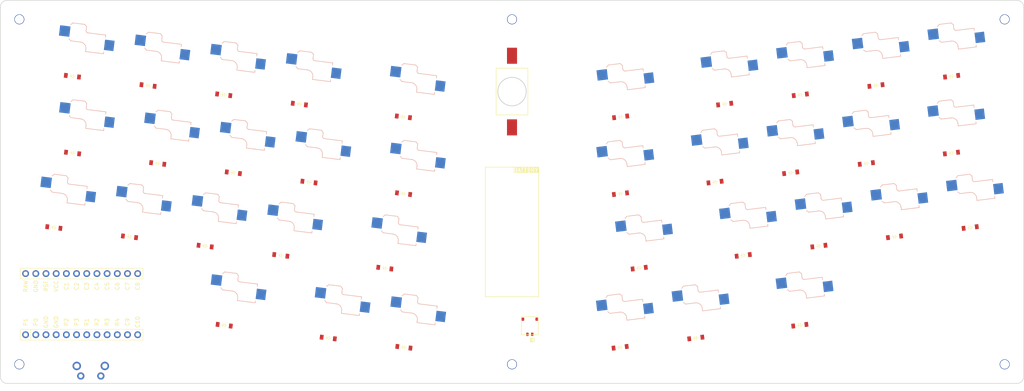
<source format=kicad_pcb>
(kicad_pcb (version 20171130) (host pcbnew 5.1.6)
  (title_block (title "Blasphemy") (rev "v1.0.0") (company "Unknown"))
  (layers (0 F.Cu signal) (31 B.Cu signal) (34 B.Paste user) (35 F.Paste user) (36 B.SilkS user) (37 F.SilkS user) (38 B.Mask user) (39 F.Mask user) (44 Edge.Cuts user))
  (net 0 "")
  (net 1 "RAW")
  (net 2 "GND")
  (net 3 "RST")
  (net 4 "VCC")
  (net 5 "C1")
  (net 6 "C2")
  (net 7 "C3")
  (net 8 "C4")
  (net 9 "C5")
  (net 10 "C6")
  (net 11 "C7")
  (net 12 "C8")
  (net 13 "P1")
  (net 14 "P0")
  (net 15 "P2")
  (net 16 "P3")
  (net 17 "R1")
  (net 18 "R2")
  (net 19 "R3")
  (net 20 "R4")
  (net 21 "C9")
  (net 22 "C10")
  (net 23 "P101")
  (net 24 "P102")
  (net 25 "P107")
  (net 26 "MCU1_24")
  (net 27 "MCU1_1")
  (net 28 "MCU1_23")
  (net 29 "MCU1_2")
  (net 30 "MCU1_22")
  (net 31 "MCU1_3")
  (net 32 "MCU1_21")
  (net 33 "MCU1_4")
  (net 34 "MCU1_20")
  (net 35 "MCU1_5")
  (net 36 "MCU1_19")
  (net 37 "MCU1_6")
  (net 38 "MCU1_18")
  (net 39 "MCU1_7")
  (net 40 "MCU1_17")
  (net 41 "MCU1_8")
  (net 42 "MCU1_16")
  (net 43 "MCU1_9")
  (net 44 "MCU1_15")
  (net 45 "MCU1_10")
  (net 46 "MCU1_14")
  (net 47 "MCU1_11")
  (net 48 "MCU1_13")
  (net 49 "MCU1_12")
  (net 50 "q_top")
  (net 51 "w_top")
  (net 52 "e_top")
  (net 53 "r_top")
  (net 54 "t_top")
  (net 55 "mirror_q_top")
  (net 56 "mirror_w_top")
  (net 57 "mirror_e_top")
  (net 58 "mirror_r_top")
  (net 59 "mirror_t_top")
  (net 60 "a_home")
  (net 61 "s_home")
  (net 62 "d_home")
  (net 63 "f_home")
  (net 64 "g_home")
  (net 65 "mirror_a_home")
  (net 66 "mirror_s_home")
  (net 67 "mirror_d_home")
  (net 68 "mirror_f_home")
  (net 69 "mirror_g_home")
  (net 70 "z_bottom")
  (net 71 "x_bottom")
  (net 72 "c_bottom")
  (net 73 "v_bottom")
  (net 74 "b_bottom")
  (net 75 "mirror_z_bottom")
  (net 76 "mirror_x_bottom")
  (net 77 "mirror_c_bottom")
  (net 78 "mirror_v_bottom")
  (net 79 "mirror_b_bottom")
  (net 80 "flex_thumb")
  (net 81 "base_thumb")
  (net 82 "ext_thumb")
  (net 83 "mirror_flex_thumb")
  (net 84 "mirror_base_thumb")
  (net 85 "mirror_ext_thumb")
  (net 86 "BAT_CONN")
  (footprint "ceoloide:mcu_nice_nano" (layer "F.Cu") (at 0.42484610000001055 61.7869 90)
    (property "Reference" "MCU1" hide)
    (pad "24" thru_hole circle (at -7.62 -12.7 90) (size 1.7 1.7) (drill 1) (layers "*.Cu" "*.Mask") (net 13 "P1"))
    (pad "1" thru_hole circle (at 7.62 -12.7 90) (size 1.7 1.7) (drill 1) (layers "*.Cu" "*.Mask") (net 1 "RAW"))
    (fp_text user "P1" (at -4.47 -12.7 90) (layer "F.SilkS"))
    (fp_text user "RAW" (at 4.47 -12.7 90) (layer "F.SilkS"))
    (pad "23" thru_hole circle (at -7.62 -10.16 90) (size 1.7 1.7) (drill 1) (layers "*.Cu" "*.Mask") (net 14 "P0"))
    (pad "2" thru_hole circle (at 7.62 -10.16 90) (size 1.7 1.7) (drill 1) (layers "*.Cu" "*.Mask") (net 2 "GND"))
    (fp_text user "P0" (at -4.47 -10.16 90) (layer "F.SilkS"))
    (fp_text user "GND" (at 4.47 -10.16 90) (layer "F.SilkS"))
    (pad "22" thru_hole circle (at -7.62 -7.619999999999999 90) (size 1.7 1.7) (drill 1) (layers "*.Cu" "*.Mask") (net 2 "GND"))
    (pad "3" thru_hole circle (at 7.62 -7.619999999999999 90) (size 1.7 1.7) (drill 1) (layers "*.Cu" "*.Mask") (net 3 "RST"))
    (fp_text user "GND" (at -4.47 -7.619999999999999 90) (layer "F.SilkS"))
    (fp_text user "RST" (at 4.47 -7.619999999999999 90) (layer "F.SilkS"))
    (pad "21" thru_hole circle (at -7.62 -5.079999999999999 90) (size 1.7 1.7) (drill 1) (layers "*.Cu" "*.Mask") (net 2 "GND"))
    (pad "4" thru_hole circle (at 7.62 -5.079999999999999 90) (size 1.7 1.7) (drill 1) (layers "*.Cu" "*.Mask") (net 4 "VCC"))
    (fp_text user "GND" (at -4.47 -5.079999999999999 90) (layer "F.SilkS"))
    (fp_text user "VCC" (at 4.47 -5.079999999999999 90) (layer "F.SilkS"))
    (pad "20" thru_hole circle (at -7.62 -2.539999999999999 90) (size 1.7 1.7) (drill 1) (layers "*.Cu" "*.Mask") (net 15 "P2"))
    (pad "5" thru_hole circle (at 7.62 -2.539999999999999 90) (size 1.7 1.7) (drill 1) (layers "*.Cu" "*.Mask") (net 5 "C1"))
    (fp_text user "P2" (at -4.47 -2.539999999999999 90) (layer "F.SilkS"))
    (fp_text user "C1" (at 4.47 -2.539999999999999 90) (layer "F.SilkS"))
    (pad "19" thru_hole circle (at -7.62 0 90) (size 1.7 1.7) (drill 1) (layers "*.Cu" "*.Mask") (net 16 "P3"))
    (pad "6" thru_hole circle (at 7.62 0 90) (size 1.7 1.7) (drill 1) (layers "*.Cu" "*.Mask") (net 6 "C2"))
    (fp_text user "P3" (at -4.47 0 90) (layer "F.SilkS"))
    (fp_text user "C2" (at 4.47 0 90) (layer "F.SilkS"))
    (pad "18" thru_hole circle (at -7.62 2.540000000000001 90) (size 1.7 1.7) (drill 1) (layers "*.Cu" "*.Mask") (net 17 "R1"))
    (pad "7" thru_hole circle (at 7.62 2.540000000000001 90) (size 1.7 1.7) (drill 1) (layers "*.Cu" "*.Mask") (net 7 "C3"))
    (fp_text user "R1" (at -4.47 2.540000000000001 90) (layer "F.SilkS"))
    (fp_text user "C3" (at 4.47 2.540000000000001 90) (layer "F.SilkS"))
    (pad "17" thru_hole circle (at -7.62 5.080000000000002 90) (size 1.7 1.7) (drill 1) (layers "*.Cu" "*.Mask") (net 18 "R2"))
    (pad "8" thru_hole circle (at 7.62 5.080000000000002 90) (size 1.7 1.7) (drill 1) (layers "*.Cu" "*.Mask") (net 8 "C4"))
    (fp_text user "R2" (at -4.47 5.080000000000002 90) (layer "F.SilkS"))
    (fp_text user "C4" (at 4.47 5.080000000000002 90) (layer "F.SilkS"))
    (pad "16" thru_hole circle (at -7.62 7.620000000000001 90) (size 1.7 1.7) (drill 1) (layers "*.Cu" "*.Mask") (net 19 "R3"))
    (pad "9" thru_hole circle (at 7.62 7.620000000000001 90) (size 1.7 1.7) (drill 1) (layers "*.Cu" "*.Mask") (net 9 "C5"))
    (fp_text user "R3" (at -4.47 7.620000000000001 90) (layer "F.SilkS"))
    (fp_text user "C5" (at 4.47 7.620000000000001 90) (layer "F.SilkS"))
    (pad "15" thru_hole circle (at -7.62 10.16 90) (size 1.7 1.7) (drill 1) (layers "*.Cu" "*.Mask") (net 20 "R4"))
    (pad "10" thru_hole circle (at 7.62 10.16 90) (size 1.7 1.7) (drill 1) (layers "*.Cu" "*.Mask") (net 10 "C6"))
    (fp_text user "R4" (at -4.47 10.16 90) (layer "F.SilkS"))
    (fp_text user "C6" (at 4.47 10.16 90) (layer "F.SilkS"))
    (pad "14" thru_hole circle (at -7.62 12.7 90) (size 1.7 1.7) (drill 1) (layers "*.Cu" "*.Mask") (net 21 "C9"))
    (pad "11" thru_hole circle (at 7.62 12.7 90) (size 1.7 1.7) (drill 1) (layers "*.Cu" "*.Mask") (net 11 "C7"))
    (fp_text user "C9" (at -4.47 12.7 90) (layer "F.SilkS"))
    (fp_text user "C7" (at 4.47 12.7 90) (layer "F.SilkS"))
    (pad "13" thru_hole circle (at -7.62 15.240000000000002 90) (size 1.7 1.7) (drill 1) (layers "*.Cu" "*.Mask") (net 22 "C10"))
    (pad "12" thru_hole circle (at 7.62 15.240000000000002 90) (size 1.7 1.7) (drill 1) (layers "*.Cu" "*.Mask") (net 12 "C8"))
    (fp_text user "C10" (at -4.47 15.240000000000002 90) (layer "F.SilkS"))
    (fp_text user "C8" (at 4.47 15.240000000000002 90) (layer "F.SilkS"))
  )
  (module "ceoloide:switch_choc_v1_v2" (layer B.Cu) (at 0 0 -7)
    (fp_text reference "S1" hide)
    (pad "" np_thru_hole circle (at 0 0 -7) (size 5 5) (drill 5) (layers *.Cu))
    (pad "" np_thru_hole circle (at 5.5 0 -7) (size 1.9 1.9) (drill 1.9) (layers *.Cu))
    (pad "" np_thru_hole circle (at -5.5 0 -7) (size 1.9 1.9) (drill 1.9) (layers *.Cu))
    (pad "" np_thru_hole circle (at 0 -5.95 -7) (size 3 3) (drill 3) (layers *.Cu *.Mask))
    (pad 1 smd rect (at -3.275 -5.95 -7) (size 2.6 2.6) (layers B.Cu B.Paste B.Mask) (net 5 "C1"))
    (pad 2 smd rect (at 8.175 -3.75 -7) (size 2.4 2.6) (layers B.Cu B.Paste B.Mask) (net 50 "q_top"))
    (pad "" np_thru_hole circle (at 5 -3.75 188) (size 3 3) (drill 3) (layers *.Cu *.Mask))
  )
  (module "ceoloide:switch_choc_v1_v2" (layer B.Cu) (at 18.8583769 2.3155175 -7)
    (fp_text reference "S2" hide)
    (pad "" np_thru_hole circle (at 0 0 -7) (size 5 5) (drill 5) (layers *.Cu))
    (pad "" np_thru_hole circle (at 5.5 0 -7) (size 1.9 1.9) (drill 1.9) (layers *.Cu))
    (pad "" np_thru_hole circle (at -5.5 0 -7) (size 1.9 1.9) (drill 1.9) (layers *.Cu))
    (pad "" np_thru_hole circle (at 0 -5.95 -7) (size 3 3) (drill 3) (layers *.Cu *.Mask))
    (pad 1 smd rect (at -3.275 -5.95 -7) (size 2.6 2.6) (layers B.Cu B.Paste B.Mask) (net 6 "C2"))
    (pad 2 smd rect (at 8.175 -3.75 -7) (size 2.4 2.6) (layers B.Cu B.Paste B.Mask) (net 51 "w_top"))
    (pad "" np_thru_hole circle (at 5 -3.75 188) (size 3 3) (drill 3) (layers *.Cu *.Mask))
  )
  (module "ceoloide:switch_choc_v1_v2" (layer B.Cu) (at 37.7167538 4.631035 -7)
    (fp_text reference "S3" hide)
    (pad "" np_thru_hole circle (at 0 0 -7) (size 5 5) (drill 5) (layers *.Cu))
    (pad "" np_thru_hole circle (at 5.5 0 -7) (size 1.9 1.9) (drill 1.9) (layers *.Cu))
    (pad "" np_thru_hole circle (at -5.5 0 -7) (size 1.9 1.9) (drill 1.9) (layers *.Cu))
    (pad "" np_thru_hole circle (at 0 -5.95 -7) (size 3 3) (drill 3) (layers *.Cu *.Mask))
    (pad 1 smd rect (at -3.275 -5.95 -7) (size 2.6 2.6) (layers B.Cu B.Paste B.Mask) (net 7 "C3"))
    (pad 2 smd rect (at 8.175 -3.75 -7) (size 2.4 2.6) (layers B.Cu B.Paste B.Mask) (net 52 "e_top"))
    (pad "" np_thru_hole circle (at 5 -3.75 188) (size 3 3) (drill 3) (layers *.Cu *.Mask))
  )
  (module "ceoloide:switch_choc_v1_v2" (layer B.Cu) (at 56.5751306 6.9465526 -7)
    (fp_text reference "S4" hide)
    (pad "" np_thru_hole circle (at 0 0 -7) (size 5 5) (drill 5) (layers *.Cu))
    (pad "" np_thru_hole circle (at 5.5 0 -7) (size 1.9 1.9) (drill 1.9) (layers *.Cu))
    (pad "" np_thru_hole circle (at -5.5 0 -7) (size 1.9 1.9) (drill 1.9) (layers *.Cu))
    (pad "" np_thru_hole circle (at 0 -5.95 -7) (size 3 3) (drill 3) (layers *.Cu *.Mask))
    (pad 1 smd rect (at -3.275 -5.95 -7) (size 2.6 2.6) (layers B.Cu B.Paste B.Mask) (net 8 "C4"))
    (pad 2 smd rect (at 8.175 -3.75 -7) (size 2.4 2.6) (layers B.Cu B.Paste B.Mask) (net 53 "r_top"))
    (pad "" np_thru_hole circle (at 5 -3.75 188) (size 3 3) (drill 3) (layers *.Cu *.Mask))
  )
  (module "ceoloide:switch_choc_v1_v2" (layer B.Cu) (at 82.5053989 10.1303892 -7)
    (fp_text reference "S5" hide)
    (pad "" np_thru_hole circle (at 0 0 -7) (size 5 5) (drill 5) (layers *.Cu))
    (pad "" np_thru_hole circle (at 5.5 0 -7) (size 1.9 1.9) (drill 1.9) (layers *.Cu))
    (pad "" np_thru_hole circle (at -5.5 0 -7) (size 1.9 1.9) (drill 1.9) (layers *.Cu))
    (pad "" np_thru_hole circle (at 0 -5.95 -7) (size 3 3) (drill 3) (layers *.Cu *.Mask))
    (pad 1 smd rect (at -3.275 -5.95 -7) (size 2.6 2.6) (layers B.Cu B.Paste B.Mask) (net 9 "C5"))
    (pad 2 smd rect (at 8.175 -3.75 -7) (size 2.4 2.6) (layers B.Cu B.Paste B.Mask) (net 54 "t_top"))
    (pad "" np_thru_hole circle (at 5 -3.75 188) (size 3 3) (drill 3) (layers *.Cu *.Mask))
  )
  (module "ceoloide:switch_choc_v1_v2" (layer B.Cu) (at 217.9546922 0 7)
    (fp_text reference "S6" hide)
    (pad "" np_thru_hole circle (at 0 0 7) (size 5 5) (drill 5) (layers *.Cu))
    (pad "" np_thru_hole circle (at 5.5 0 7) (size 1.9 1.9) (drill 1.9) (layers *.Cu))
    (pad "" np_thru_hole circle (at -5.5 0 7) (size 1.9 1.9) (drill 1.9) (layers *.Cu))
    (pad "" np_thru_hole circle (at 0 -5.95 7) (size 3 3) (drill 3) (layers *.Cu *.Mask))
    (pad 1 smd rect (at -3.275 -5.95 7) (size 2.6 2.6) (layers B.Cu B.Paste B.Mask) (net 22 "C10"))
    (pad 2 smd rect (at 8.175 -3.75 7) (size 2.4 2.6) (layers B.Cu B.Paste B.Mask) (net 55 "mirror_q_top"))
    (pad "" np_thru_hole circle (at 5 -3.75 202) (size 3 3) (drill 3) (layers *.Cu *.Mask))
  )
  (module "ceoloide:switch_choc_v1_v2" (layer B.Cu) (at 199.09631530000001 2.3155175 7)
    (fp_text reference "S7" hide)
    (pad "" np_thru_hole circle (at 0 0 7) (size 5 5) (drill 5) (layers *.Cu))
    (pad "" np_thru_hole circle (at 5.5 0 7) (size 1.9 1.9) (drill 1.9) (layers *.Cu))
    (pad "" np_thru_hole circle (at -5.5 0 7) (size 1.9 1.9) (drill 1.9) (layers *.Cu))
    (pad "" np_thru_hole circle (at 0 -5.95 7) (size 3 3) (drill 3) (layers *.Cu *.Mask))
    (pad 1 smd rect (at -3.275 -5.95 7) (size 2.6 2.6) (layers B.Cu B.Paste B.Mask) (net 21 "C9"))
    (pad 2 smd rect (at 8.175 -3.75 7) (size 2.4 2.6) (layers B.Cu B.Paste B.Mask) (net 56 "mirror_w_top"))
    (pad "" np_thru_hole circle (at 5 -3.75 202) (size 3 3) (drill 3) (layers *.Cu *.Mask))
  )
  (module "ceoloide:switch_choc_v1_v2" (layer B.Cu) (at 180.23793840000002 4.631035 7)
    (fp_text reference "S8" hide)
    (pad "" np_thru_hole circle (at 0 0 7) (size 5 5) (drill 5) (layers *.Cu))
    (pad "" np_thru_hole circle (at 5.5 0 7) (size 1.9 1.9) (drill 1.9) (layers *.Cu))
    (pad "" np_thru_hole circle (at -5.5 0 7) (size 1.9 1.9) (drill 1.9) (layers *.Cu))
    (pad "" np_thru_hole circle (at 0 -5.95 7) (size 3 3) (drill 3) (layers *.Cu *.Mask))
    (pad 1 smd rect (at -3.275 -5.95 7) (size 2.6 2.6) (layers B.Cu B.Paste B.Mask) (net 12 "C8"))
    (pad 2 smd rect (at 8.175 -3.75 7) (size 2.4 2.6) (layers B.Cu B.Paste B.Mask) (net 57 "mirror_e_top"))
    (pad "" np_thru_hole circle (at 5 -3.75 202) (size 3 3) (drill 3) (layers *.Cu *.Mask))
  )
  (module "ceoloide:switch_choc_v1_v2" (layer B.Cu) (at 161.37956160000002 6.9465526 7)
    (fp_text reference "S9" hide)
    (pad "" np_thru_hole circle (at 0 0 7) (size 5 5) (drill 5) (layers *.Cu))
    (pad "" np_thru_hole circle (at 5.5 0 7) (size 1.9 1.9) (drill 1.9) (layers *.Cu))
    (pad "" np_thru_hole circle (at -5.5 0 7) (size 1.9 1.9) (drill 1.9) (layers *.Cu))
    (pad "" np_thru_hole circle (at 0 -5.95 7) (size 3 3) (drill 3) (layers *.Cu *.Mask))
    (pad 1 smd rect (at -3.275 -5.95 7) (size 2.6 2.6) (layers B.Cu B.Paste B.Mask) (net 11 "C7"))
    (pad 2 smd rect (at 8.175 -3.75 7) (size 2.4 2.6) (layers B.Cu B.Paste B.Mask) (net 58 "mirror_r_top"))
    (pad "" np_thru_hole circle (at 5 -3.75 202) (size 3 3) (drill 3) (layers *.Cu *.Mask))
  )
  (module "ceoloide:switch_choc_v1_v2" (layer B.Cu) (at 135.44929330000002 10.1303892 7)
    (fp_text reference "S10" hide)
    (pad "" np_thru_hole circle (at 0 0 7) (size 5 5) (drill 5) (layers *.Cu))
    (pad "" np_thru_hole circle (at 5.5 0 7) (size 1.9 1.9) (drill 1.9) (layers *.Cu))
    (pad "" np_thru_hole circle (at -5.5 0 7) (size 1.9 1.9) (drill 1.9) (layers *.Cu))
    (pad "" np_thru_hole circle (at 0 -5.95 7) (size 3 3) (drill 3) (layers *.Cu *.Mask))
    (pad 1 smd rect (at -3.275 -5.95 7) (size 2.6 2.6) (layers B.Cu B.Paste B.Mask) (net 10 "C6"))
    (pad 2 smd rect (at 8.175 -3.75 7) (size 2.4 2.6) (layers B.Cu B.Paste B.Mask) (net 59 "mirror_t_top"))
    (pad "" np_thru_hole circle (at 5 -3.75 202) (size 3 3) (drill 3) (layers *.Cu *.Mask))
  )
  (module "ceoloide:switch_choc_v1_v2" (layer B.Cu) (at 0.0417796 19.1478166 -7)
    (fp_text reference "S11" hide)
    (pad "" np_thru_hole circle (at 0 0 -7) (size 5 5) (drill 5) (layers *.Cu))
    (pad "" np_thru_hole circle (at 5.5 0 -7) (size 1.9 1.9) (drill 1.9) (layers *.Cu))
    (pad "" np_thru_hole circle (at -5.5 0 -7) (size 1.9 1.9) (drill 1.9) (layers *.Cu))
    (pad "" np_thru_hole circle (at 0 -5.95 -7) (size 3 3) (drill 3) (layers *.Cu *.Mask))
    (pad 1 smd rect (at -3.275 -5.95 -7) (size 2.6 2.6) (layers B.Cu B.Paste B.Mask) (net 5 "C1"))
    (pad 2 smd rect (at 8.175 -3.75 -7) (size 2.4 2.6) (layers B.Cu B.Paste B.Mask) (net 60 "a_home"))
    (pad "" np_thru_hole circle (at 5 -3.75 188) (size 3 3) (drill 3) (layers *.Cu *.Mask))
  )
  (module "ceoloide:switch_choc_v1_v2" (layer B.Cu) (at 21.2574536 21.7527738 -7)
    (fp_text reference "S12" hide)
    (pad "" np_thru_hole circle (at 0 0 -7) (size 5 5) (drill 5) (layers *.Cu))
    (pad "" np_thru_hole circle (at 5.5 0 -7) (size 1.9 1.9) (drill 1.9) (layers *.Cu))
    (pad "" np_thru_hole circle (at -5.5 0 -7) (size 1.9 1.9) (drill 1.9) (layers *.Cu))
    (pad "" np_thru_hole circle (at 0 -5.95 -7) (size 3 3) (drill 3) (layers *.Cu *.Mask))
    (pad 1 smd rect (at -3.275 -5.95 -7) (size 2.6 2.6) (layers B.Cu B.Paste B.Mask) (net 6 "C2"))
    (pad 2 smd rect (at 8.175 -3.75 -7) (size 2.4 2.6) (layers B.Cu B.Paste B.Mask) (net 61 "s_home"))
    (pad "" np_thru_hole circle (at 5 -3.75 188) (size 3 3) (drill 3) (layers *.Cu *.Mask))
  )
  (module "ceoloide:switch_choc_v1_v2" (layer B.Cu) (at 40.1158305 24.0682913 -7)
    (fp_text reference "S13" hide)
    (pad "" np_thru_hole circle (at 0 0 -7) (size 5 5) (drill 5) (layers *.Cu))
    (pad "" np_thru_hole circle (at 5.5 0 -7) (size 1.9 1.9) (drill 1.9) (layers *.Cu))
    (pad "" np_thru_hole circle (at -5.5 0 -7) (size 1.9 1.9) (drill 1.9) (layers *.Cu))
    (pad "" np_thru_hole circle (at 0 -5.95 -7) (size 3 3) (drill 3) (layers *.Cu *.Mask))
    (pad 1 smd rect (at -3.275 -5.95 -7) (size 2.6 2.6) (layers B.Cu B.Paste B.Mask) (net 7 "C3"))
    (pad 2 smd rect (at 8.175 -3.75 -7) (size 2.4 2.6) (layers B.Cu B.Paste B.Mask) (net 62 "d_home"))
    (pad "" np_thru_hole circle (at 5 -3.75 188) (size 3 3) (drill 3) (layers *.Cu *.Mask))
  )
  (module "ceoloide:switch_choc_v1_v2" (layer B.Cu) (at 58.9742074 26.3838089 -7)
    (fp_text reference "S14" hide)
    (pad "" np_thru_hole circle (at 0 0 -7) (size 5 5) (drill 5) (layers *.Cu))
    (pad "" np_thru_hole circle (at 5.5 0 -7) (size 1.9 1.9) (drill 1.9) (layers *.Cu))
    (pad "" np_thru_hole circle (at -5.5 0 -7) (size 1.9 1.9) (drill 1.9) (layers *.Cu))
    (pad "" np_thru_hole circle (at 0 -5.95 -7) (size 3 3) (drill 3) (layers *.Cu *.Mask))
    (pad 1 smd rect (at -3.275 -5.95 -7) (size 2.6 2.6) (layers B.Cu B.Paste B.Mask) (net 8 "C4"))
    (pad 2 smd rect (at 8.175 -3.75 -7) (size 2.4 2.6) (layers B.Cu B.Paste B.Mask) (net 63 "f_home"))
    (pad "" np_thru_hole circle (at 5 -3.75 188) (size 3 3) (drill 3) (layers *.Cu *.Mask))
  )
  (module "ceoloide:switch_choc_v1_v2" (layer B.Cu) (at 82.5471785 29.2782058 -7)
    (fp_text reference "S15" hide)
    (pad "" np_thru_hole circle (at 0 0 -7) (size 5 5) (drill 5) (layers *.Cu))
    (pad "" np_thru_hole circle (at 5.5 0 -7) (size 1.9 1.9) (drill 1.9) (layers *.Cu))
    (pad "" np_thru_hole circle (at -5.5 0 -7) (size 1.9 1.9) (drill 1.9) (layers *.Cu))
    (pad "" np_thru_hole circle (at 0 -5.95 -7) (size 3 3) (drill 3) (layers *.Cu *.Mask))
    (pad 1 smd rect (at -3.275 -5.95 -7) (size 2.6 2.6) (layers B.Cu B.Paste B.Mask) (net 9 "C5"))
    (pad 2 smd rect (at 8.175 -3.75 -7) (size 2.4 2.6) (layers B.Cu B.Paste B.Mask) (net 64 "g_home"))
    (pad "" np_thru_hole circle (at 5 -3.75 188) (size 3 3) (drill 3) (layers *.Cu *.Mask))
  )
  (module "ceoloide:switch_choc_v1_v2" (layer B.Cu) (at 217.9129126 19.1478166 7)
    (fp_text reference "S16" hide)
    (pad "" np_thru_hole circle (at 0 0 7) (size 5 5) (drill 5) (layers *.Cu))
    (pad "" np_thru_hole circle (at 5.5 0 7) (size 1.9 1.9) (drill 1.9) (layers *.Cu))
    (pad "" np_thru_hole circle (at -5.5 0 7) (size 1.9 1.9) (drill 1.9) (layers *.Cu))
    (pad "" np_thru_hole circle (at 0 -5.95 7) (size 3 3) (drill 3) (layers *.Cu *.Mask))
    (pad 1 smd rect (at -3.275 -5.95 7) (size 2.6 2.6) (layers B.Cu B.Paste B.Mask) (net 22 "C10"))
    (pad 2 smd rect (at 8.175 -3.75 7) (size 2.4 2.6) (layers B.Cu B.Paste B.Mask) (net 65 "mirror_a_home"))
    (pad "" np_thru_hole circle (at 5 -3.75 202) (size 3 3) (drill 3) (layers *.Cu *.Mask))
  )
  (module "ceoloide:switch_choc_v1_v2" (layer B.Cu) (at 196.69723860000002 21.7527738 7)
    (fp_text reference "S17" hide)
    (pad "" np_thru_hole circle (at 0 0 7) (size 5 5) (drill 5) (layers *.Cu))
    (pad "" np_thru_hole circle (at 5.5 0 7) (size 1.9 1.9) (drill 1.9) (layers *.Cu))
    (pad "" np_thru_hole circle (at -5.5 0 7) (size 1.9 1.9) (drill 1.9) (layers *.Cu))
    (pad "" np_thru_hole circle (at 0 -5.95 7) (size 3 3) (drill 3) (layers *.Cu *.Mask))
    (pad 1 smd rect (at -3.275 -5.95 7) (size 2.6 2.6) (layers B.Cu B.Paste B.Mask) (net 21 "C9"))
    (pad 2 smd rect (at 8.175 -3.75 7) (size 2.4 2.6) (layers B.Cu B.Paste B.Mask) (net 66 "mirror_s_home"))
    (pad "" np_thru_hole circle (at 5 -3.75 202) (size 3 3) (drill 3) (layers *.Cu *.Mask))
  )
  (module "ceoloide:switch_choc_v1_v2" (layer B.Cu) (at 177.8388617 24.0682913 7)
    (fp_text reference "S18" hide)
    (pad "" np_thru_hole circle (at 0 0 7) (size 5 5) (drill 5) (layers *.Cu))
    (pad "" np_thru_hole circle (at 5.5 0 7) (size 1.9 1.9) (drill 1.9) (layers *.Cu))
    (pad "" np_thru_hole circle (at -5.5 0 7) (size 1.9 1.9) (drill 1.9) (layers *.Cu))
    (pad "" np_thru_hole circle (at 0 -5.95 7) (size 3 3) (drill 3) (layers *.Cu *.Mask))
    (pad 1 smd rect (at -3.275 -5.95 7) (size 2.6 2.6) (layers B.Cu B.Paste B.Mask) (net 12 "C8"))
    (pad 2 smd rect (at 8.175 -3.75 7) (size 2.4 2.6) (layers B.Cu B.Paste B.Mask) (net 67 "mirror_d_home"))
    (pad "" np_thru_hole circle (at 5 -3.75 202) (size 3 3) (drill 3) (layers *.Cu *.Mask))
  )
  (module "ceoloide:switch_choc_v1_v2" (layer B.Cu) (at 158.9804848 26.3838089 7)
    (fp_text reference "S19" hide)
    (pad "" np_thru_hole circle (at 0 0 7) (size 5 5) (drill 5) (layers *.Cu))
    (pad "" np_thru_hole circle (at 5.5 0 7) (size 1.9 1.9) (drill 1.9) (layers *.Cu))
    (pad "" np_thru_hole circle (at -5.5 0 7) (size 1.9 1.9) (drill 1.9) (layers *.Cu))
    (pad "" np_thru_hole circle (at 0 -5.95 7) (size 3 3) (drill 3) (layers *.Cu *.Mask))
    (pad 1 smd rect (at -3.275 -5.95 7) (size 2.6 2.6) (layers B.Cu B.Paste B.Mask) (net 11 "C7"))
    (pad 2 smd rect (at 8.175 -3.75 7) (size 2.4 2.6) (layers B.Cu B.Paste B.Mask) (net 68 "mirror_f_home"))
    (pad "" np_thru_hole circle (at 5 -3.75 202) (size 3 3) (drill 3) (layers *.Cu *.Mask))
  )
  (module "ceoloide:switch_choc_v1_v2" (layer B.Cu) (at 135.4075137 29.2782058 7)
    (fp_text reference "S20" hide)
    (pad "" np_thru_hole circle (at 0 0 7) (size 5 5) (drill 5) (layers *.Cu))
    (pad "" np_thru_hole circle (at 5.5 0 7) (size 1.9 1.9) (drill 1.9) (layers *.Cu))
    (pad "" np_thru_hole circle (at -5.5 0 7) (size 1.9 1.9) (drill 1.9) (layers *.Cu))
    (pad "" np_thru_hole circle (at 0 -5.95 7) (size 3 3) (drill 3) (layers *.Cu *.Mask))
    (pad 1 smd rect (at -3.275 -5.95 7) (size 2.6 2.6) (layers B.Cu B.Paste B.Mask) (net 10 "C6"))
    (pad 2 smd rect (at 8.175 -3.75 7) (size 2.4 2.6) (layers B.Cu B.Paste B.Mask) (net 69 "mirror_g_home"))
    (pad "" np_thru_hole circle (at 5 -3.75 202) (size 3 3) (drill 3) (layers *.Cu *.Mask))
  )
  (module "ceoloide:switch_choc_v1_v2" (layer B.Cu) (at -4.631035 37.7167538 -7)
    (fp_text reference "S21" hide)
    (pad "" np_thru_hole circle (at 0 0 -7) (size 5 5) (drill 5) (layers *.Cu))
    (pad "" np_thru_hole circle (at 5.5 0 -7) (size 1.9 1.9) (drill 1.9) (layers *.Cu))
    (pad "" np_thru_hole circle (at -5.5 0 -7) (size 1.9 1.9) (drill 1.9) (layers *.Cu))
    (pad "" np_thru_hole circle (at 0 -5.95 -7) (size 3 3) (drill 3) (layers *.Cu *.Mask))
    (pad 1 smd rect (at -3.275 -5.95 -7) (size 2.6 2.6) (layers B.Cu B.Paste B.Mask) (net 5 "C1"))
    (pad 2 smd rect (at 8.175 -3.75 -7) (size 2.4 2.6) (layers B.Cu B.Paste B.Mask) (net 70 "z_bottom"))
    (pad "" np_thru_hole circle (at 5 -3.75 188) (size 3 3) (drill 3) (layers *.Cu *.Mask))
  )
  (module "ceoloide:switch_choc_v1_v2" (layer B.Cu) (at 14.227341899999999 40.0322713 -7)
    (fp_text reference "S22" hide)
    (pad "" np_thru_hole circle (at 0 0 -7) (size 5 5) (drill 5) (layers *.Cu))
    (pad "" np_thru_hole circle (at 5.5 0 -7) (size 1.9 1.9) (drill 1.9) (layers *.Cu))
    (pad "" np_thru_hole circle (at -5.5 0 -7) (size 1.9 1.9) (drill 1.9) (layers *.Cu))
    (pad "" np_thru_hole circle (at 0 -5.95 -7) (size 3 3) (drill 3) (layers *.Cu *.Mask))
    (pad 1 smd rect (at -3.275 -5.95 -7) (size 2.6 2.6) (layers B.Cu B.Paste B.Mask) (net 6 "C2"))
    (pad 2 smd rect (at 8.175 -3.75 -7) (size 2.4 2.6) (layers B.Cu B.Paste B.Mask) (net 71 "x_bottom"))
    (pad "" np_thru_hole circle (at 5 -3.75 188) (size 3 3) (drill 3) (layers *.Cu *.Mask))
  )
  (module "ceoloide:switch_choc_v1_v2" (layer B.Cu) (at 33.0857188 42.3477888 -7)
    (fp_text reference "S23" hide)
    (pad "" np_thru_hole circle (at 0 0 -7) (size 5 5) (drill 5) (layers *.Cu))
    (pad "" np_thru_hole circle (at 5.5 0 -7) (size 1.9 1.9) (drill 1.9) (layers *.Cu))
    (pad "" np_thru_hole circle (at -5.5 0 -7) (size 1.9 1.9) (drill 1.9) (layers *.Cu))
    (pad "" np_thru_hole circle (at 0 -5.95 -7) (size 3 3) (drill 3) (layers *.Cu *.Mask))
    (pad 1 smd rect (at -3.275 -5.95 -7) (size 2.6 2.6) (layers B.Cu B.Paste B.Mask) (net 7 "C3"))
    (pad 2 smd rect (at 8.175 -3.75 -7) (size 2.4 2.6) (layers B.Cu B.Paste B.Mask) (net 72 "c_bottom"))
    (pad "" np_thru_hole circle (at 5 -3.75 188) (size 3 3) (drill 3) (layers *.Cu *.Mask))
  )
  (module "ceoloide:switch_choc_v1_v2" (layer B.Cu) (at 51.944095600000004 44.663306399999996 -7)
    (fp_text reference "S24" hide)
    (pad "" np_thru_hole circle (at 0 0 -7) (size 5 5) (drill 5) (layers *.Cu))
    (pad "" np_thru_hole circle (at 5.5 0 -7) (size 1.9 1.9) (drill 1.9) (layers *.Cu))
    (pad "" np_thru_hole circle (at -5.5 0 -7) (size 1.9 1.9) (drill 1.9) (layers *.Cu))
    (pad "" np_thru_hole circle (at 0 -5.95 -7) (size 3 3) (drill 3) (layers *.Cu *.Mask))
    (pad 1 smd rect (at -3.275 -5.95 -7) (size 2.6 2.6) (layers B.Cu B.Paste B.Mask) (net 8 "C4"))
    (pad 2 smd rect (at 8.175 -3.75 -7) (size 2.4 2.6) (layers B.Cu B.Paste B.Mask) (net 73 "v_bottom"))
    (pad "" np_thru_hole circle (at 5 -3.75 188) (size 3 3) (drill 3) (layers *.Cu *.Mask))
  )
  (module "ceoloide:switch_choc_v1_v2" (layer B.Cu) (at 77.8743639 47.847143 -7)
    (fp_text reference "S25" hide)
    (pad "" np_thru_hole circle (at 0 0 -7) (size 5 5) (drill 5) (layers *.Cu))
    (pad "" np_thru_hole circle (at 5.5 0 -7) (size 1.9 1.9) (drill 1.9) (layers *.Cu))
    (pad "" np_thru_hole circle (at -5.5 0 -7) (size 1.9 1.9) (drill 1.9) (layers *.Cu))
    (pad "" np_thru_hole circle (at 0 -5.95 -7) (size 3 3) (drill 3) (layers *.Cu *.Mask))
    (pad 1 smd rect (at -3.275 -5.95 -7) (size 2.6 2.6) (layers B.Cu B.Paste B.Mask) (net 9 "C5"))
    (pad 2 smd rect (at 8.175 -3.75 -7) (size 2.4 2.6) (layers B.Cu B.Paste B.Mask) (net 74 "b_bottom"))
    (pad "" np_thru_hole circle (at 5 -3.75 188) (size 3 3) (drill 3) (layers *.Cu *.Mask))
  )
  (module "ceoloide:switch_choc_v1_v2" (layer B.Cu) (at 222.5857272 37.7167538 7)
    (fp_text reference "S26" hide)
    (pad "" np_thru_hole circle (at 0 0 7) (size 5 5) (drill 5) (layers *.Cu))
    (pad "" np_thru_hole circle (at 5.5 0 7) (size 1.9 1.9) (drill 1.9) (layers *.Cu))
    (pad "" np_thru_hole circle (at -5.5 0 7) (size 1.9 1.9) (drill 1.9) (layers *.Cu))
    (pad "" np_thru_hole circle (at 0 -5.95 7) (size 3 3) (drill 3) (layers *.Cu *.Mask))
    (pad 1 smd rect (at -3.275 -5.95 7) (size 2.6 2.6) (layers B.Cu B.Paste B.Mask) (net 22 "C10"))
    (pad 2 smd rect (at 8.175 -3.75 7) (size 2.4 2.6) (layers B.Cu B.Paste B.Mask) (net 75 "mirror_z_bottom"))
    (pad "" np_thru_hole circle (at 5 -3.75 202) (size 3 3) (drill 3) (layers *.Cu *.Mask))
  )
  (module "ceoloide:switch_choc_v1_v2" (layer B.Cu) (at 203.7273503 40.0322713 7)
    (fp_text reference "S27" hide)
    (pad "" np_thru_hole circle (at 0 0 7) (size 5 5) (drill 5) (layers *.Cu))
    (pad "" np_thru_hole circle (at 5.5 0 7) (size 1.9 1.9) (drill 1.9) (layers *.Cu))
    (pad "" np_thru_hole circle (at -5.5 0 7) (size 1.9 1.9) (drill 1.9) (layers *.Cu))
    (pad "" np_thru_hole circle (at 0 -5.95 7) (size 3 3) (drill 3) (layers *.Cu *.Mask))
    (pad 1 smd rect (at -3.275 -5.95 7) (size 2.6 2.6) (layers B.Cu B.Paste B.Mask) (net 21 "C9"))
    (pad 2 smd rect (at 8.175 -3.75 7) (size 2.4 2.6) (layers B.Cu B.Paste B.Mask) (net 76 "mirror_x_bottom"))
    (pad "" np_thru_hole circle (at 5 -3.75 202) (size 3 3) (drill 3) (layers *.Cu *.Mask))
  )
  (module "ceoloide:switch_choc_v1_v2" (layer B.Cu) (at 184.86897340000002 42.3477888 7)
    (fp_text reference "S28" hide)
    (pad "" np_thru_hole circle (at 0 0 7) (size 5 5) (drill 5) (layers *.Cu))
    (pad "" np_thru_hole circle (at 5.5 0 7) (size 1.9 1.9) (drill 1.9) (layers *.Cu))
    (pad "" np_thru_hole circle (at -5.5 0 7) (size 1.9 1.9) (drill 1.9) (layers *.Cu))
    (pad "" np_thru_hole circle (at 0 -5.95 7) (size 3 3) (drill 3) (layers *.Cu *.Mask))
    (pad 1 smd rect (at -3.275 -5.95 7) (size 2.6 2.6) (layers B.Cu B.Paste B.Mask) (net 12 "C8"))
    (pad 2 smd rect (at 8.175 -3.75 7) (size 2.4 2.6) (layers B.Cu B.Paste B.Mask) (net 77 "mirror_c_bottom"))
    (pad "" np_thru_hole circle (at 5 -3.75 202) (size 3 3) (drill 3) (layers *.Cu *.Mask))
  )
  (module "ceoloide:switch_choc_v1_v2" (layer B.Cu) (at 166.0105966 44.663306399999996 7)
    (fp_text reference "S29" hide)
    (pad "" np_thru_hole circle (at 0 0 7) (size 5 5) (drill 5) (layers *.Cu))
    (pad "" np_thru_hole circle (at 5.5 0 7) (size 1.9 1.9) (drill 1.9) (layers *.Cu))
    (pad "" np_thru_hole circle (at -5.5 0 7) (size 1.9 1.9) (drill 1.9) (layers *.Cu))
    (pad "" np_thru_hole circle (at 0 -5.95 7) (size 3 3) (drill 3) (layers *.Cu *.Mask))
    (pad 1 smd rect (at -3.275 -5.95 7) (size 2.6 2.6) (layers B.Cu B.Paste B.Mask) (net 11 "C7"))
    (pad 2 smd rect (at 8.175 -3.75 7) (size 2.4 2.6) (layers B.Cu B.Paste B.Mask) (net 78 "mirror_v_bottom"))
    (pad "" np_thru_hole circle (at 5 -3.75 202) (size 3 3) (drill 3) (layers *.Cu *.Mask))
  )
  (module "ceoloide:switch_choc_v1_v2" (layer B.Cu) (at 140.08032830000002 47.847143 7)
    (fp_text reference "S30" hide)
    (pad "" np_thru_hole circle (at 0 0 7) (size 5 5) (drill 5) (layers *.Cu))
    (pad "" np_thru_hole circle (at 5.5 0 7) (size 1.9 1.9) (drill 1.9) (layers *.Cu))
    (pad "" np_thru_hole circle (at -5.5 0 7) (size 1.9 1.9) (drill 1.9) (layers *.Cu))
    (pad "" np_thru_hole circle (at 0 -5.95 7) (size 3 3) (drill 3) (layers *.Cu *.Mask))
    (pad 1 smd rect (at -3.275 -5.95 7) (size 2.6 2.6) (layers B.Cu B.Paste B.Mask) (net 10 "C6"))
    (pad 2 smd rect (at 8.175 -3.75 7) (size 2.4 2.6) (layers B.Cu B.Paste B.Mask) (net 79 "mirror_b_bottom"))
    (pad "" np_thru_hole circle (at 5 -3.75 202) (size 3 3) (drill 3) (layers *.Cu *.Mask))
  )
  (module "ceoloide:switch_choc_v1_v2" (layer B.Cu) (at 37.8420926 62.0744848 -7)
    (fp_text reference "S31" hide)
    (pad "" np_thru_hole circle (at 0 0 -7) (size 5 5) (drill 5) (layers *.Cu))
    (pad "" np_thru_hole circle (at 5.5 0 -7) (size 1.9 1.9) (drill 1.9) (layers *.Cu))
    (pad "" np_thru_hole circle (at -5.5 0 -7) (size 1.9 1.9) (drill 1.9) (layers *.Cu))
    (pad "" np_thru_hole circle (at 0 -5.95 -7) (size 3 3) (drill 3) (layers *.Cu *.Mask))
    (pad 1 smd rect (at -3.275 -5.95 -7) (size 2.6 2.6) (layers B.Cu B.Paste B.Mask) (net 7 "C3"))
    (pad 2 smd rect (at 8.175 -3.75 -7) (size 2.4 2.6) (layers B.Cu B.Paste B.Mask) (net 80 "flex_thumb"))
    (pad "" np_thru_hole circle (at 5 -3.75 188) (size 3 3) (drill 3) (layers *.Cu *.Mask))
  )
  (module "ceoloide:switch_choc_v1_v2" (layer B.Cu) (at 63.7723608 65.2583214 -7)
    (fp_text reference "S32" hide)
    (pad "" np_thru_hole circle (at 0 0 -7) (size 5 5) (drill 5) (layers *.Cu))
    (pad "" np_thru_hole circle (at 5.5 0 -7) (size 1.9 1.9) (drill 1.9) (layers *.Cu))
    (pad "" np_thru_hole circle (at -5.5 0 -7) (size 1.9 1.9) (drill 1.9) (layers *.Cu))
    (pad "" np_thru_hole circle (at 0 -5.95 -7) (size 3 3) (drill 3) (layers *.Cu *.Mask))
    (pad 1 smd rect (at -3.275 -5.95 -7) (size 2.6 2.6) (layers B.Cu B.Paste B.Mask) (net 8 "C4"))
    (pad 2 smd rect (at 8.175 -3.75 -7) (size 2.4 2.6) (layers B.Cu B.Paste B.Mask) (net 81 "base_thumb"))
    (pad "" np_thru_hole circle (at 5 -3.75 188) (size 3 3) (drill 3) (layers *.Cu *.Mask))
  )
  (module "ceoloide:switch_choc_v1_v2" (layer B.Cu) (at 82.6307377 67.5738389 -7)
    (fp_text reference "S33" hide)
    (pad "" np_thru_hole circle (at 0 0 -7) (size 5 5) (drill 5) (layers *.Cu))
    (pad "" np_thru_hole circle (at 5.5 0 -7) (size 1.9 1.9) (drill 1.9) (layers *.Cu))
    (pad "" np_thru_hole circle (at -5.5 0 -7) (size 1.9 1.9) (drill 1.9) (layers *.Cu))
    (pad "" np_thru_hole circle (at 0 -5.95 -7) (size 3 3) (drill 3) (layers *.Cu *.Mask))
    (pad 1 smd rect (at -3.275 -5.95 -7) (size 2.6 2.6) (layers B.Cu B.Paste B.Mask) (net 9 "C5"))
    (pad 2 smd rect (at 8.175 -3.75 -7) (size 2.4 2.6) (layers B.Cu B.Paste B.Mask) (net 82 "ext_thumb"))
    (pad "" np_thru_hole circle (at 5 -3.75 188) (size 3 3) (drill 3) (layers *.Cu *.Mask))
  )
  (module "ceoloide:switch_choc_v1_v2" (layer B.Cu) (at 180.1125996 62.0744848 7)
    (fp_text reference "S34" hide)
    (pad "" np_thru_hole circle (at 0 0 7) (size 5 5) (drill 5) (layers *.Cu))
    (pad "" np_thru_hole circle (at 5.5 0 7) (size 1.9 1.9) (drill 1.9) (layers *.Cu))
    (pad "" np_thru_hole circle (at -5.5 0 7) (size 1.9 1.9) (drill 1.9) (layers *.Cu))
    (pad "" np_thru_hole circle (at 0 -5.95 7) (size 3 3) (drill 3) (layers *.Cu *.Mask))
    (pad 1 smd rect (at -3.275 -5.95 7) (size 2.6 2.6) (layers B.Cu B.Paste B.Mask) (net 12 "C8"))
    (pad 2 smd rect (at 8.175 -3.75 7) (size 2.4 2.6) (layers B.Cu B.Paste B.Mask) (net 83 "mirror_flex_thumb"))
    (pad "" np_thru_hole circle (at 5 -3.75 202) (size 3 3) (drill 3) (layers *.Cu *.Mask))
  )
  (module "ceoloide:switch_choc_v1_v2" (layer B.Cu) (at 154.1823314 65.2583214 7)
    (fp_text reference "S35" hide)
    (pad "" np_thru_hole circle (at 0 0 7) (size 5 5) (drill 5) (layers *.Cu))
    (pad "" np_thru_hole circle (at 5.5 0 7) (size 1.9 1.9) (drill 1.9) (layers *.Cu))
    (pad "" np_thru_hole circle (at -5.5 0 7) (size 1.9 1.9) (drill 1.9) (layers *.Cu))
    (pad "" np_thru_hole circle (at 0 -5.95 7) (size 3 3) (drill 3) (layers *.Cu *.Mask))
    (pad 1 smd rect (at -3.275 -5.95 7) (size 2.6 2.6) (layers B.Cu B.Paste B.Mask) (net 11 "C7"))
    (pad 2 smd rect (at 8.175 -3.75 7) (size 2.4 2.6) (layers B.Cu B.Paste B.Mask) (net 84 "mirror_base_thumb"))
    (pad "" np_thru_hole circle (at 5 -3.75 202) (size 3 3) (drill 3) (layers *.Cu *.Mask))
  )
  (module "ceoloide:switch_choc_v1_v2" (layer B.Cu) (at 135.3239545 67.5738389 7)
    (fp_text reference "S36" hide)
    (pad "" np_thru_hole circle (at 0 0 7) (size 5 5) (drill 5) (layers *.Cu))
    (pad "" np_thru_hole circle (at 5.5 0 7) (size 1.9 1.9) (drill 1.9) (layers *.Cu))
    (pad "" np_thru_hole circle (at -5.5 0 7) (size 1.9 1.9) (drill 1.9) (layers *.Cu))
    (pad "" np_thru_hole circle (at 0 -5.95 7) (size 3 3) (drill 3) (layers *.Cu *.Mask))
    (pad 1 smd rect (at -3.275 -5.95 7) (size 2.6 2.6) (layers B.Cu B.Paste B.Mask) (net 10 "C6"))
    (pad 2 smd rect (at 8.175 -3.75 7) (size 2.4 2.6) (layers B.Cu B.Paste B.Mask) (net 85 "mirror_ext_thumb"))
    (pad "" np_thru_hole circle (at 5 -3.75 202) (size 3 3) (drill 3) (layers *.Cu *.Mask))
  )
  (module ComboDiode (layer F.Cu) (at -0.6093467 4.9627308 -7)
    (fp_text reference "D1" hide)
    (pad 1 smd rect (at -1.65 0 -7) (size 0.9 1.2) (layers F.Cu F.Paste F.Mask) (net 17 "R1"))
    (pad 2 smd rect (at 1.65 0 -7) (size 0.9 1.2) (layers F.Cu F.Paste F.Mask) (net 50 "q_top"))
  )
  (module ComboDiode (layer F.Cu) (at 18.2490302 7.2782483 -7)
    (fp_text reference "D2" hide)
    (pad 1 smd rect (at -1.65 0 -7) (size 0.9 1.2) (layers F.Cu F.Paste F.Mask) (net 17 "R1"))
    (pad 2 smd rect (at 1.65 0 -7) (size 0.9 1.2) (layers F.Cu F.Paste F.Mask) (net 51 "w_top"))
  )
  (module ComboDiode (layer F.Cu) (at 37.107407099999996 9.5937658 -7)
    (fp_text reference "D3" hide)
    (pad 1 smd rect (at -1.65 0 -7) (size 0.9 1.2) (layers F.Cu F.Paste F.Mask) (net 17 "R1"))
    (pad 2 smd rect (at 1.65 0 -7) (size 0.9 1.2) (layers F.Cu F.Paste F.Mask) (net 52 "e_top"))
  )
  (module ComboDiode (layer F.Cu) (at 55.9657839 11.9092834 -7)
    (fp_text reference "D4" hide)
    (pad 1 smd rect (at -1.65 0 -7) (size 0.9 1.2) (layers F.Cu F.Paste F.Mask) (net 17 "R1"))
    (pad 2 smd rect (at 1.65 0 -7) (size 0.9 1.2) (layers F.Cu F.Paste F.Mask) (net 53 "r_top"))
  )
  (module ComboDiode (layer F.Cu) (at 81.8960522 15.093119999999999 -7)
    (fp_text reference "D5" hide)
    (pad 1 smd rect (at -1.65 0 -7) (size 0.9 1.2) (layers F.Cu F.Paste F.Mask) (net 17 "R1"))
    (pad 2 smd rect (at 1.65 0 -7) (size 0.9 1.2) (layers F.Cu F.Paste F.Mask) (net 54 "t_top"))
  )
  (module ComboDiode (layer F.Cu) (at 218.5640389 4.9627308 7)
    (fp_text reference "D6" hide)
    (pad 1 smd rect (at -1.65 0 7) (size 0.9 1.2) (layers F.Cu F.Paste F.Mask) (net 17 "R1"))
    (pad 2 smd rect (at 1.65 0 7) (size 0.9 1.2) (layers F.Cu F.Paste F.Mask) (net 55 "mirror_q_top"))
  )
  (module ComboDiode (layer F.Cu) (at 199.70566200000002 7.2782483 7)
    (fp_text reference "D7" hide)
    (pad 1 smd rect (at -1.65 0 7) (size 0.9 1.2) (layers F.Cu F.Paste F.Mask) (net 17 "R1"))
    (pad 2 smd rect (at 1.65 0 7) (size 0.9 1.2) (layers F.Cu F.Paste F.Mask) (net 56 "mirror_w_top"))
  )
  (module ComboDiode (layer F.Cu) (at 180.84728510000002 9.5937658 7)
    (fp_text reference "D8" hide)
    (pad 1 smd rect (at -1.65 0 7) (size 0.9 1.2) (layers F.Cu F.Paste F.Mask) (net 17 "R1"))
    (pad 2 smd rect (at 1.65 0 7) (size 0.9 1.2) (layers F.Cu F.Paste F.Mask) (net 57 "mirror_e_top"))
  )
  (module ComboDiode (layer F.Cu) (at 161.98890830000002 11.9092834 7)
    (fp_text reference "D9" hide)
    (pad 1 smd rect (at -1.65 0 7) (size 0.9 1.2) (layers F.Cu F.Paste F.Mask) (net 17 "R1"))
    (pad 2 smd rect (at 1.65 0 7) (size 0.9 1.2) (layers F.Cu F.Paste F.Mask) (net 58 "mirror_r_top"))
  )
  (module ComboDiode (layer F.Cu) (at 136.05864000000003 15.093119999999999 7)
    (fp_text reference "D10" hide)
    (pad 1 smd rect (at -1.65 0 7) (size 0.9 1.2) (layers F.Cu F.Paste F.Mask) (net 17 "R1"))
    (pad 2 smd rect (at 1.65 0 7) (size 0.9 1.2) (layers F.Cu F.Paste F.Mask) (net 59 "mirror_t_top"))
  )
  (module ComboDiode (layer F.Cu) (at -0.5675671 24.110547399999998 -7)
    (fp_text reference "D11" hide)
    (pad 1 smd rect (at -1.65 0 -7) (size 0.9 1.2) (layers F.Cu F.Paste F.Mask) (net 18 "R2"))
    (pad 2 smd rect (at 1.65 0 -7) (size 0.9 1.2) (layers F.Cu F.Paste F.Mask) (net 60 "a_home"))
  )
  (module ComboDiode (layer F.Cu) (at 20.648106900000002 26.7155046 -7)
    (fp_text reference "D12" hide)
    (pad 1 smd rect (at -1.65 0 -7) (size 0.9 1.2) (layers F.Cu F.Paste F.Mask) (net 18 "R2"))
    (pad 2 smd rect (at 1.65 0 -7) (size 0.9 1.2) (layers F.Cu F.Paste F.Mask) (net 61 "s_home"))
  )
  (module ComboDiode (layer F.Cu) (at 39.5064838 29.031022099999998 -7)
    (fp_text reference "D13" hide)
    (pad 1 smd rect (at -1.65 0 -7) (size 0.9 1.2) (layers F.Cu F.Paste F.Mask) (net 18 "R2"))
    (pad 2 smd rect (at 1.65 0 -7) (size 0.9 1.2) (layers F.Cu F.Paste F.Mask) (net 62 "d_home"))
  )
  (module ComboDiode (layer F.Cu) (at 58.364860699999994 31.346539699999997 -7)
    (fp_text reference "D14" hide)
    (pad 1 smd rect (at -1.65 0 -7) (size 0.9 1.2) (layers F.Cu F.Paste F.Mask) (net 18 "R2"))
    (pad 2 smd rect (at 1.65 0 -7) (size 0.9 1.2) (layers F.Cu F.Paste F.Mask) (net 63 "f_home"))
  )
  (module ComboDiode (layer F.Cu) (at 81.9378318 34.2409366 -7)
    (fp_text reference "D15" hide)
    (pad 1 smd rect (at -1.65 0 -7) (size 0.9 1.2) (layers F.Cu F.Paste F.Mask) (net 18 "R2"))
    (pad 2 smd rect (at 1.65 0 -7) (size 0.9 1.2) (layers F.Cu F.Paste F.Mask) (net 64 "g_home"))
  )
  (module ComboDiode (layer F.Cu) (at 218.5222593 24.110547399999998 7)
    (fp_text reference "D16" hide)
    (pad 1 smd rect (at -1.65 0 7) (size 0.9 1.2) (layers F.Cu F.Paste F.Mask) (net 18 "R2"))
    (pad 2 smd rect (at 1.65 0 7) (size 0.9 1.2) (layers F.Cu F.Paste F.Mask) (net 65 "mirror_a_home"))
  )
  (module ComboDiode (layer F.Cu) (at 197.30658530000002 26.7155046 7)
    (fp_text reference "D17" hide)
    (pad 1 smd rect (at -1.65 0 7) (size 0.9 1.2) (layers F.Cu F.Paste F.Mask) (net 18 "R2"))
    (pad 2 smd rect (at 1.65 0 7) (size 0.9 1.2) (layers F.Cu F.Paste F.Mask) (net 66 "mirror_s_home"))
  )
  (module ComboDiode (layer F.Cu) (at 178.4482084 29.031022099999998 7)
    (fp_text reference "D18" hide)
    (pad 1 smd rect (at -1.65 0 7) (size 0.9 1.2) (layers F.Cu F.Paste F.Mask) (net 18 "R2"))
    (pad 2 smd rect (at 1.65 0 7) (size 0.9 1.2) (layers F.Cu F.Paste F.Mask) (net 67 "mirror_d_home"))
  )
  (module ComboDiode (layer F.Cu) (at 159.5898315 31.346539699999997 7)
    (fp_text reference "D19" hide)
    (pad 1 smd rect (at -1.65 0 7) (size 0.9 1.2) (layers F.Cu F.Paste F.Mask) (net 18 "R2"))
    (pad 2 smd rect (at 1.65 0 7) (size 0.9 1.2) (layers F.Cu F.Paste F.Mask) (net 68 "mirror_f_home"))
  )
  (module ComboDiode (layer F.Cu) (at 136.0168604 34.2409366 7)
    (fp_text reference "D20" hide)
    (pad 1 smd rect (at -1.65 0 7) (size 0.9 1.2) (layers F.Cu F.Paste F.Mask) (net 18 "R2"))
    (pad 2 smd rect (at 1.65 0 7) (size 0.9 1.2) (layers F.Cu F.Paste F.Mask) (net 69 "mirror_g_home"))
  )
  (module ComboDiode (layer F.Cu) (at -5.2403816999999995 42.6794846 -7)
    (fp_text reference "D21" hide)
    (pad 1 smd rect (at -1.65 0 -7) (size 0.9 1.2) (layers F.Cu F.Paste F.Mask) (net 19 "R3"))
    (pad 2 smd rect (at 1.65 0 -7) (size 0.9 1.2) (layers F.Cu F.Paste F.Mask) (net 70 "z_bottom"))
  )
  (module ComboDiode (layer F.Cu) (at 13.6179952 44.9950021 -7)
    (fp_text reference "D22" hide)
    (pad 1 smd rect (at -1.65 0 -7) (size 0.9 1.2) (layers F.Cu F.Paste F.Mask) (net 19 "R3"))
    (pad 2 smd rect (at 1.65 0 -7) (size 0.9 1.2) (layers F.Cu F.Paste F.Mask) (net 71 "x_bottom"))
  )
  (module ComboDiode (layer F.Cu) (at 32.4763721 47.3105196 -7)
    (fp_text reference "D23" hide)
    (pad 1 smd rect (at -1.65 0 -7) (size 0.9 1.2) (layers F.Cu F.Paste F.Mask) (net 19 "R3"))
    (pad 2 smd rect (at 1.65 0 -7) (size 0.9 1.2) (layers F.Cu F.Paste F.Mask) (net 72 "c_bottom"))
  )
  (module ComboDiode (layer F.Cu) (at 51.3347489 49.6260372 -7)
    (fp_text reference "D24" hide)
    (pad 1 smd rect (at -1.65 0 -7) (size 0.9 1.2) (layers F.Cu F.Paste F.Mask) (net 19 "R3"))
    (pad 2 smd rect (at 1.65 0 -7) (size 0.9 1.2) (layers F.Cu F.Paste F.Mask) (net 73 "v_bottom"))
  )
  (module ComboDiode (layer F.Cu) (at 77.2650172 52.809873800000005 -7)
    (fp_text reference "D25" hide)
    (pad 1 smd rect (at -1.65 0 -7) (size 0.9 1.2) (layers F.Cu F.Paste F.Mask) (net 19 "R3"))
    (pad 2 smd rect (at 1.65 0 -7) (size 0.9 1.2) (layers F.Cu F.Paste F.Mask) (net 74 "b_bottom"))
  )
  (module ComboDiode (layer F.Cu) (at 223.1950739 42.6794846 7)
    (fp_text reference "D26" hide)
    (pad 1 smd rect (at -1.65 0 7) (size 0.9 1.2) (layers F.Cu F.Paste F.Mask) (net 19 "R3"))
    (pad 2 smd rect (at 1.65 0 7) (size 0.9 1.2) (layers F.Cu F.Paste F.Mask) (net 75 "mirror_z_bottom"))
  )
  (module ComboDiode (layer F.Cu) (at 204.33669700000002 44.9950021 7)
    (fp_text reference "D27" hide)
    (pad 1 smd rect (at -1.65 0 7) (size 0.9 1.2) (layers F.Cu F.Paste F.Mask) (net 19 "R3"))
    (pad 2 smd rect (at 1.65 0 7) (size 0.9 1.2) (layers F.Cu F.Paste F.Mask) (net 76 "mirror_x_bottom"))
  )
  (module ComboDiode (layer F.Cu) (at 185.47832010000002 47.3105196 7)
    (fp_text reference "D28" hide)
    (pad 1 smd rect (at -1.65 0 7) (size 0.9 1.2) (layers F.Cu F.Paste F.Mask) (net 19 "R3"))
    (pad 2 smd rect (at 1.65 0 7) (size 0.9 1.2) (layers F.Cu F.Paste F.Mask) (net 77 "mirror_c_bottom"))
  )
  (module ComboDiode (layer F.Cu) (at 166.61994330000002 49.6260372 7)
    (fp_text reference "D29" hide)
    (pad 1 smd rect (at -1.65 0 7) (size 0.9 1.2) (layers F.Cu F.Paste F.Mask) (net 19 "R3"))
    (pad 2 smd rect (at 1.65 0 7) (size 0.9 1.2) (layers F.Cu F.Paste F.Mask) (net 78 "mirror_v_bottom"))
  )
  (module ComboDiode (layer F.Cu) (at 140.68967500000002 52.809873800000005 7)
    (fp_text reference "D30" hide)
    (pad 1 smd rect (at -1.65 0 7) (size 0.9 1.2) (layers F.Cu F.Paste F.Mask) (net 19 "R3"))
    (pad 2 smd rect (at 1.65 0 7) (size 0.9 1.2) (layers F.Cu F.Paste F.Mask) (net 79 "mirror_b_bottom"))
  )
  (module ComboDiode (layer F.Cu) (at 37.2327459 67.0372156 -7)
    (fp_text reference "D31" hide)
    (pad 1 smd rect (at -1.65 0 -7) (size 0.9 1.2) (layers F.Cu F.Paste F.Mask) (net 20 "R4"))
    (pad 2 smd rect (at 1.65 0 -7) (size 0.9 1.2) (layers F.Cu F.Paste F.Mask) (net 80 "flex_thumb"))
  )
  (module ComboDiode (layer F.Cu) (at 63.1630141 70.2210522 -7)
    (fp_text reference "D32" hide)
    (pad 1 smd rect (at -1.65 0 -7) (size 0.9 1.2) (layers F.Cu F.Paste F.Mask) (net 20 "R4"))
    (pad 2 smd rect (at 1.65 0 -7) (size 0.9 1.2) (layers F.Cu F.Paste F.Mask) (net 81 "base_thumb"))
  )
  (module ComboDiode (layer F.Cu) (at 82.021391 72.5365697 -7)
    (fp_text reference "D33" hide)
    (pad 1 smd rect (at -1.65 0 -7) (size 0.9 1.2) (layers F.Cu F.Paste F.Mask) (net 20 "R4"))
    (pad 2 smd rect (at 1.65 0 -7) (size 0.9 1.2) (layers F.Cu F.Paste F.Mask) (net 82 "ext_thumb"))
  )
  (module ComboDiode (layer F.Cu) (at 180.7219463 67.0372156 7)
    (fp_text reference "D34" hide)
    (pad 1 smd rect (at -1.65 0 7) (size 0.9 1.2) (layers F.Cu F.Paste F.Mask) (net 20 "R4"))
    (pad 2 smd rect (at 1.65 0 7) (size 0.9 1.2) (layers F.Cu F.Paste F.Mask) (net 83 "mirror_flex_thumb"))
  )
  (module ComboDiode (layer F.Cu) (at 154.7916781 70.2210522 7)
    (fp_text reference "D35" hide)
    (pad 1 smd rect (at -1.65 0 7) (size 0.9 1.2) (layers F.Cu F.Paste F.Mask) (net 20 "R4"))
    (pad 2 smd rect (at 1.65 0 7) (size 0.9 1.2) (layers F.Cu F.Paste F.Mask) (net 84 "mirror_base_thumb"))
  )
  (module ComboDiode (layer F.Cu) (at 135.93330120000002 72.5365697 7)
    (fp_text reference "D36" hide)
    (pad 1 smd rect (at -1.65 0 7) (size 0.9 1.2) (layers F.Cu F.Paste F.Mask) (net 20 "R4"))
    (pad 2 smd rect (at 1.65 0 7) (size 0.9 1.2) (layers F.Cu F.Paste F.Mask) (net 85 "mirror_ext_thumb"))
  )
  (module "SKHLLCA010" (layer "F.Cu") (at 3.9773461000000054 78.43690000000001 180)
    (fp_text reference "S37" hide)
    (fp_text value "SKHLLCA010")
    (pad "1" thru_hole circle (at 2.5 -1.25 180) (size 1.8 1.8) (drill 1) (layers *.Cu "B.Mask") (net 3 "RST"))
    (pad "2" thru_hole circle (at -2.5 -1.25 180) (size 1.8 1.8) (drill 1) (layers *.Cu "B.Mask") (net 2 "GND"))
    (pad "MP" thru_hole circle (at -3.5 1.25 180) (size 2.1 2.1) (drill 1.3) (layers *.Cu *.Mask))
    (pad "MP" thru_hole circle (at 3.5 1.25 180) (size 2.1 2.1) (drill 1.3) (layers *.Cu *.Mask))
  )
  (footprint "1208YD" (layer "F.Cu") (at 108.9773461 8.786900000000003 -90)
    (property "Reference" "SW1" hide)
    (fp_circle (center 0 0) (end 3.55 0) (stroke (width 0.2)) (fill none) (layer "Edge.Cuts"))
    (pad "1" smd rect (at -8.925 0 -90) (size 4 2.5) (layers "F.Cu" "F.Paste" "F.Mask") (net 1 "RAW"))
    (pad "2" smd rect (at 8.925 0 -90) (size 4 2.5) (layers "F.Cu" "F.Paste" "F.Mask") (net 86 "BAT_CONN"))
  )
  (module conn_molex_pico_front (layer F.Cu) (at 113.4173461 67.43690000000001 180)
    (fp_text reference CONN1 hide)
    (fp_text user "+" (at -1.32 -2.75 180) (layer "F.SilkS" knockout) (effects (justify left bottom)))
    (pad MP smd roundrect (at 1.75 1.9 180) (size 0.7 0.8) (layers F.Cu F.Paste F.Mask))
    (pad MP smd roundrect (at -1.75 1.9 180) (size 0.7 0.8) (layers F.Cu F.Paste F.Mask))
    (pad 2 smd roundrect (at 0.6 -1.875 180) (size 0.6 0.85) (layers F.Cu F.Paste F.Mask) (net 2 "GND"))
    (pad 1 smd roundrect (at -0.6 -1.875 180) (size 0.6 0.85) (layers F.Cu F.Paste F.Mask) (net 86 "BAT_CONN"))
  )
  (module mounting_hole (layer F.Cu) (at -13.835153899999995 -9.213099999999997 0)
    (fp_text reference "H1" hide)
    (pad "" thru_hole circle (at 0 0 180) (size 2.46 2.46) (drill 2.2) (layers *.Cu *.Mask))
  )
  (module mounting_hole (layer F.Cu) (at 108.9773461 -9.213099999999997 0)
    (fp_text reference "H2" hide)
    (pad "" thru_hole circle (at 0 0 180) (size 2.46 2.46) (drill 2.2) (layers *.Cu *.Mask))
  )
  (module mounting_hole (layer F.Cu) (at 231.7898461 -9.213099999999997 0)
    (fp_text reference "H3" hide)
    (pad "" thru_hole circle (at 0 0 180) (size 2.46 2.46) (drill 2.2) (layers *.Cu *.Mask))
  )
  (module mounting_hole (layer F.Cu) (at -13.835153899999995 76.7869 0)
    (fp_text reference "H4" hide)
    (pad "" thru_hole circle (at 0 0 180) (size 2.46 2.46) (drill 2.2) (layers *.Cu *.Mask))
  )
  (module mounting_hole (layer F.Cu) (at 108.9773461 76.7869 0)
    (fp_text reference "H5" hide)
    (pad "" thru_hole circle (at 0 0 180) (size 2.46 2.46) (drill 2.2) (layers *.Cu *.Mask))
  )
  (module mounting_hole (layer F.Cu) (at 231.7898461 76.7869 0)
    (fp_text reference "H6" hide)
    (pad "" thru_hole circle (at 0 0 180) (size 2.46 2.46) (drill 2.2) (layers *.Cu *.Mask))
  )
  (gr_text "BATTERY" (at 112.4353461 28.386900000000004 0) (layer F.SilkS knockout) (effects (font (size 1 1))))
  (gr_line (start -16.885153899999995 81.5369) (end 234.83984610000002 81.5369) (angle 90) (layer Edge.Cuts) (width 0.15))
  (gr_line (start 236.5398461 79.8369) (end 236.5398461 -12.263099999999998) (angle 90) (layer Edge.Cuts) (width 0.15))
  (gr_line (start 234.83984610000002 -13.963099999999997) (end -16.885153899999995 -13.963099999999997) (angle 90) (layer Edge.Cuts) (width 0.15))
  (gr_line (start -18.585153899999995 -12.263099999999998) (end -18.585153899999995 79.8369) (angle 90) (layer Edge.Cuts) (width 0.15))
  (gr_arc (start 234.83984610000002 79.8369) (end 234.83984610000002 81.5369) (angle -90) (layer Edge.Cuts) (width 0.15))
  (gr_arc (start 234.83984610000002 -12.263099999999998) (end 236.5398461 -12.263099999999998) (angle -90) (layer Edge.Cuts) (width 0.15))
  (gr_arc (start -16.885153899999995 -12.263099999999998) (end -16.885153899999995 -13.963099999999997) (angle -90) (layer Edge.Cuts) (width 0.15))
  (gr_arc (start -16.885153899999995 79.8369) (end -18.585153899999995 79.8369) (angle -90) (layer Edge.Cuts) (width 0.15))
  (gr_line (start 102.3273461 59.9369) (end 115.6273461 59.9369) (angle 90) (layer F.SilkS) (width 0.15))
  (gr_line (start 115.6273461 59.9369) (end 115.6273461 27.636900000000004) (angle 90) (layer F.SilkS) (width 0.15))
  (gr_line (start 115.6273461 27.636900000000004) (end 102.3273461 27.636900000000004) (angle 90) (layer F.SilkS) (width 0.15))
  (gr_line (start 102.3273461 27.636900000000004) (end 102.3273461 59.9369) (angle 90) (layer F.SilkS) (width 0.15))
)
</source>
